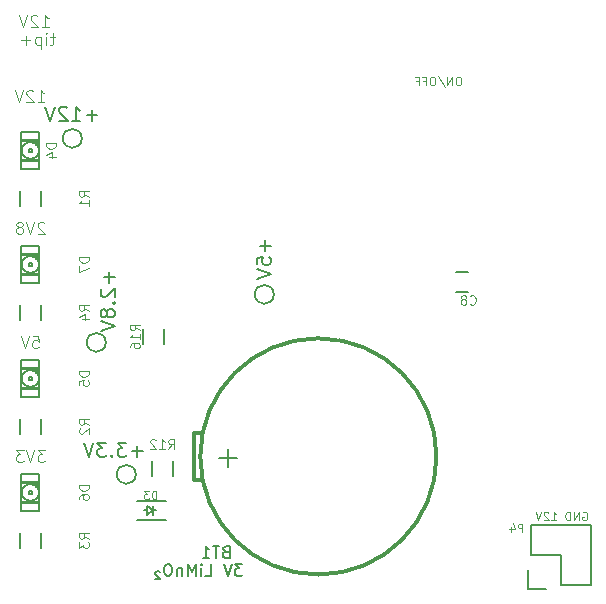
<source format=gbo>
G04 #@! TF.FileFunction,Legend,Bot*
%FSLAX46Y46*%
G04 Gerber Fmt 4.6, Leading zero omitted, Abs format (unit mm)*
G04 Created by KiCad (PCBNEW 4.0.2-4+6225~38~ubuntu14.04.1-stable) date Fri 18 Mar 2016 20:19:54 GMT*
%MOMM*%
G01*
G04 APERTURE LIST*
%ADD10C,0.100000*%
%ADD11C,0.120000*%
%ADD12C,0.110000*%
%ADD13C,0.150000*%
%ADD14C,0.200000*%
%ADD15C,0.300000*%
G04 APERTURE END LIST*
D10*
D11*
X102584000Y-101800381D02*
X103155429Y-101800381D01*
X102869715Y-101800381D02*
X102869715Y-100800381D01*
X102964953Y-100943238D01*
X103060191Y-101038476D01*
X103155429Y-101086095D01*
X102203048Y-100895619D02*
X102155429Y-100848000D01*
X102060191Y-100800381D01*
X101822095Y-100800381D01*
X101726857Y-100848000D01*
X101679238Y-100895619D01*
X101631619Y-100990857D01*
X101631619Y-101086095D01*
X101679238Y-101228952D01*
X102250667Y-101800381D01*
X101631619Y-101800381D01*
X101345905Y-100800381D02*
X101012572Y-101800381D01*
X100679238Y-100800381D01*
X103679238Y-102653714D02*
X103298286Y-102653714D01*
X103536381Y-102320381D02*
X103536381Y-103177524D01*
X103488762Y-103272762D01*
X103393524Y-103320381D01*
X103298286Y-103320381D01*
X102964952Y-103320381D02*
X102964952Y-102653714D01*
X102964952Y-102320381D02*
X103012571Y-102368000D01*
X102964952Y-102415619D01*
X102917333Y-102368000D01*
X102964952Y-102320381D01*
X102964952Y-102415619D01*
X102488762Y-102653714D02*
X102488762Y-103653714D01*
X102488762Y-102701333D02*
X102393524Y-102653714D01*
X102203047Y-102653714D01*
X102107809Y-102701333D01*
X102060190Y-102748952D01*
X102012571Y-102844190D01*
X102012571Y-103129905D01*
X102060190Y-103225143D01*
X102107809Y-103272762D01*
X102203047Y-103320381D01*
X102393524Y-103320381D01*
X102488762Y-103272762D01*
X101584000Y-102939429D02*
X100822095Y-102939429D01*
X101203047Y-103320381D02*
X101203047Y-102558476D01*
D12*
X137910666Y-106042667D02*
X137777333Y-106042667D01*
X137710666Y-106076000D01*
X137643999Y-106142667D01*
X137610666Y-106276000D01*
X137610666Y-106509333D01*
X137643999Y-106642667D01*
X137710666Y-106709333D01*
X137777333Y-106742667D01*
X137910666Y-106742667D01*
X137977333Y-106709333D01*
X138043999Y-106642667D01*
X138077333Y-106509333D01*
X138077333Y-106276000D01*
X138043999Y-106142667D01*
X137977333Y-106076000D01*
X137910666Y-106042667D01*
X137310666Y-106742667D02*
X137310666Y-106042667D01*
X136910666Y-106742667D01*
X136910666Y-106042667D01*
X136077333Y-106009333D02*
X136677333Y-106909333D01*
X135710667Y-106042667D02*
X135577334Y-106042667D01*
X135510667Y-106076000D01*
X135444000Y-106142667D01*
X135410667Y-106276000D01*
X135410667Y-106509333D01*
X135444000Y-106642667D01*
X135510667Y-106709333D01*
X135577334Y-106742667D01*
X135710667Y-106742667D01*
X135777334Y-106709333D01*
X135844000Y-106642667D01*
X135877334Y-106509333D01*
X135877334Y-106276000D01*
X135844000Y-106142667D01*
X135777334Y-106076000D01*
X135710667Y-106042667D01*
X134877334Y-106376000D02*
X135110667Y-106376000D01*
X135110667Y-106742667D02*
X135110667Y-106042667D01*
X134777334Y-106042667D01*
X134277334Y-106376000D02*
X134510667Y-106376000D01*
X134510667Y-106742667D02*
X134510667Y-106042667D01*
X134177334Y-106042667D01*
X148361333Y-142906000D02*
X148427999Y-142872667D01*
X148527999Y-142872667D01*
X148627999Y-142906000D01*
X148694666Y-142972667D01*
X148727999Y-143039333D01*
X148761333Y-143172667D01*
X148761333Y-143272667D01*
X148727999Y-143406000D01*
X148694666Y-143472667D01*
X148627999Y-143539333D01*
X148527999Y-143572667D01*
X148461333Y-143572667D01*
X148361333Y-143539333D01*
X148327999Y-143506000D01*
X148327999Y-143272667D01*
X148461333Y-143272667D01*
X148027999Y-143572667D02*
X148027999Y-142872667D01*
X147627999Y-143572667D01*
X147627999Y-142872667D01*
X147294666Y-143572667D02*
X147294666Y-142872667D01*
X147128000Y-142872667D01*
X147028000Y-142906000D01*
X146961333Y-142972667D01*
X146928000Y-143039333D01*
X146894666Y-143172667D01*
X146894666Y-143272667D01*
X146928000Y-143406000D01*
X146961333Y-143472667D01*
X147028000Y-143539333D01*
X147128000Y-143572667D01*
X147294666Y-143572667D01*
X145721334Y-143572667D02*
X146121334Y-143572667D01*
X145921334Y-143572667D02*
X145921334Y-142872667D01*
X145988000Y-142972667D01*
X146054667Y-143039333D01*
X146121334Y-143072667D01*
X145454667Y-142939333D02*
X145421333Y-142906000D01*
X145354667Y-142872667D01*
X145188000Y-142872667D01*
X145121333Y-142906000D01*
X145088000Y-142939333D01*
X145054667Y-143006000D01*
X145054667Y-143072667D01*
X145088000Y-143172667D01*
X145488000Y-143572667D01*
X145054667Y-143572667D01*
X144854666Y-142872667D02*
X144621333Y-143572667D01*
X144388000Y-142872667D01*
D13*
X121497714Y-119869143D02*
X121497714Y-120783429D01*
X121954857Y-120326286D02*
X121040571Y-120326286D01*
X120754857Y-121926286D02*
X120754857Y-121354857D01*
X121326286Y-121297714D01*
X121269143Y-121354857D01*
X121212000Y-121469143D01*
X121212000Y-121754857D01*
X121269143Y-121869143D01*
X121326286Y-121926286D01*
X121440571Y-121983429D01*
X121726286Y-121983429D01*
X121840571Y-121926286D01*
X121897714Y-121869143D01*
X121954857Y-121754857D01*
X121954857Y-121469143D01*
X121897714Y-121354857D01*
X121840571Y-121297714D01*
X120754857Y-122326286D02*
X121954857Y-122726286D01*
X120754857Y-123126286D01*
D14*
X122215219Y-124460000D02*
G75*
G03X122215219Y-124460000I-803219J0D01*
G01*
D13*
X111112000Y-137753714D02*
X110197714Y-137753714D01*
X110654857Y-138210857D02*
X110654857Y-137296571D01*
X109740571Y-137010857D02*
X108997714Y-137010857D01*
X109397714Y-137468000D01*
X109226286Y-137468000D01*
X109112000Y-137525143D01*
X109054857Y-137582286D01*
X108997714Y-137696571D01*
X108997714Y-137982286D01*
X109054857Y-138096571D01*
X109112000Y-138153714D01*
X109226286Y-138210857D01*
X109569143Y-138210857D01*
X109683429Y-138153714D01*
X109740571Y-138096571D01*
X108483429Y-138096571D02*
X108426286Y-138153714D01*
X108483429Y-138210857D01*
X108540572Y-138153714D01*
X108483429Y-138096571D01*
X108483429Y-138210857D01*
X108026285Y-137010857D02*
X107283428Y-137010857D01*
X107683428Y-137468000D01*
X107512000Y-137468000D01*
X107397714Y-137525143D01*
X107340571Y-137582286D01*
X107283428Y-137696571D01*
X107283428Y-137982286D01*
X107340571Y-138096571D01*
X107397714Y-138153714D01*
X107512000Y-138210857D01*
X107854857Y-138210857D01*
X107969143Y-138153714D01*
X108026285Y-138096571D01*
X106940571Y-137010857D02*
X106540571Y-138210857D01*
X106140571Y-137010857D01*
D14*
X110531219Y-139700000D02*
G75*
G03X110531219Y-139700000I-803219J0D01*
G01*
D13*
X108289714Y-122568000D02*
X108289714Y-123482286D01*
X108746857Y-123025143D02*
X107832571Y-123025143D01*
X107661143Y-123996571D02*
X107604000Y-124053714D01*
X107546857Y-124168000D01*
X107546857Y-124453714D01*
X107604000Y-124568000D01*
X107661143Y-124625143D01*
X107775429Y-124682286D01*
X107889714Y-124682286D01*
X108061143Y-124625143D01*
X108746857Y-123939429D01*
X108746857Y-124682286D01*
X108632571Y-125196571D02*
X108689714Y-125253714D01*
X108746857Y-125196571D01*
X108689714Y-125139428D01*
X108632571Y-125196571D01*
X108746857Y-125196571D01*
X108061143Y-125939429D02*
X108004000Y-125825143D01*
X107946857Y-125768000D01*
X107832571Y-125710857D01*
X107775429Y-125710857D01*
X107661143Y-125768000D01*
X107604000Y-125825143D01*
X107546857Y-125939429D01*
X107546857Y-126168000D01*
X107604000Y-126282286D01*
X107661143Y-126339429D01*
X107775429Y-126396572D01*
X107832571Y-126396572D01*
X107946857Y-126339429D01*
X108004000Y-126282286D01*
X108061143Y-126168000D01*
X108061143Y-125939429D01*
X108118286Y-125825143D01*
X108175429Y-125768000D01*
X108289714Y-125710857D01*
X108518286Y-125710857D01*
X108632571Y-125768000D01*
X108689714Y-125825143D01*
X108746857Y-125939429D01*
X108746857Y-126168000D01*
X108689714Y-126282286D01*
X108632571Y-126339429D01*
X108518286Y-126396572D01*
X108289714Y-126396572D01*
X108175429Y-126339429D01*
X108118286Y-126282286D01*
X108061143Y-126168000D01*
X107546857Y-126739429D02*
X108746857Y-127139429D01*
X107546857Y-127539429D01*
D14*
X107991219Y-128524000D02*
G75*
G03X107991219Y-128524000I-803219J0D01*
G01*
X105959219Y-111252000D02*
G75*
G03X105959219Y-111252000I-803219J0D01*
G01*
D13*
X107270285Y-109305714D02*
X106355999Y-109305714D01*
X106813142Y-109762857D02*
X106813142Y-108848571D01*
X105155999Y-109762857D02*
X105841714Y-109762857D01*
X105498856Y-109762857D02*
X105498856Y-108562857D01*
X105613142Y-108734286D01*
X105727428Y-108848571D01*
X105841714Y-108905714D01*
X104698857Y-108677143D02*
X104641714Y-108620000D01*
X104527428Y-108562857D01*
X104241714Y-108562857D01*
X104127428Y-108620000D01*
X104070285Y-108677143D01*
X104013142Y-108791429D01*
X104013142Y-108905714D01*
X104070285Y-109077143D01*
X104755999Y-109762857D01*
X104013142Y-109762857D01*
X103670285Y-108562857D02*
X103270285Y-109762857D01*
X102870285Y-108562857D01*
D11*
X102219047Y-108148381D02*
X102790476Y-108148381D01*
X102504762Y-108148381D02*
X102504762Y-107148381D01*
X102600000Y-107291238D01*
X102695238Y-107386476D01*
X102790476Y-107434095D01*
X101838095Y-107243619D02*
X101790476Y-107196000D01*
X101695238Y-107148381D01*
X101457142Y-107148381D01*
X101361904Y-107196000D01*
X101314285Y-107243619D01*
X101266666Y-107338857D01*
X101266666Y-107434095D01*
X101314285Y-107576952D01*
X101885714Y-108148381D01*
X101266666Y-108148381D01*
X100980952Y-107148381D02*
X100647619Y-108148381D01*
X100314285Y-107148381D01*
X102790476Y-118419619D02*
X102742857Y-118372000D01*
X102647619Y-118324381D01*
X102409523Y-118324381D01*
X102314285Y-118372000D01*
X102266666Y-118419619D01*
X102219047Y-118514857D01*
X102219047Y-118610095D01*
X102266666Y-118752952D01*
X102838095Y-119324381D01*
X102219047Y-119324381D01*
X101933333Y-118324381D02*
X101600000Y-119324381D01*
X101266666Y-118324381D01*
X100790476Y-118752952D02*
X100885714Y-118705333D01*
X100933333Y-118657714D01*
X100980952Y-118562476D01*
X100980952Y-118514857D01*
X100933333Y-118419619D01*
X100885714Y-118372000D01*
X100790476Y-118324381D01*
X100599999Y-118324381D01*
X100504761Y-118372000D01*
X100457142Y-118419619D01*
X100409523Y-118514857D01*
X100409523Y-118562476D01*
X100457142Y-118657714D01*
X100504761Y-118705333D01*
X100599999Y-118752952D01*
X100790476Y-118752952D01*
X100885714Y-118800571D01*
X100933333Y-118848190D01*
X100980952Y-118943429D01*
X100980952Y-119133905D01*
X100933333Y-119229143D01*
X100885714Y-119276762D01*
X100790476Y-119324381D01*
X100599999Y-119324381D01*
X100504761Y-119276762D01*
X100457142Y-119229143D01*
X100409523Y-119133905D01*
X100409523Y-118943429D01*
X100457142Y-118848190D01*
X100504761Y-118800571D01*
X100599999Y-118752952D01*
X101790476Y-127976381D02*
X102266667Y-127976381D01*
X102314286Y-128452571D01*
X102266667Y-128404952D01*
X102171429Y-128357333D01*
X101933333Y-128357333D01*
X101838095Y-128404952D01*
X101790476Y-128452571D01*
X101742857Y-128547810D01*
X101742857Y-128785905D01*
X101790476Y-128881143D01*
X101838095Y-128928762D01*
X101933333Y-128976381D01*
X102171429Y-128976381D01*
X102266667Y-128928762D01*
X102314286Y-128881143D01*
X101457143Y-127976381D02*
X101123810Y-128976381D01*
X100790476Y-127976381D01*
X102838095Y-137628381D02*
X102219047Y-137628381D01*
X102552381Y-138009333D01*
X102409523Y-138009333D01*
X102314285Y-138056952D01*
X102266666Y-138104571D01*
X102219047Y-138199810D01*
X102219047Y-138437905D01*
X102266666Y-138533143D01*
X102314285Y-138580762D01*
X102409523Y-138628381D01*
X102695238Y-138628381D01*
X102790476Y-138580762D01*
X102838095Y-138533143D01*
X101933333Y-137628381D02*
X101600000Y-138628381D01*
X101266666Y-137628381D01*
X101028571Y-137628381D02*
X100409523Y-137628381D01*
X100742857Y-138009333D01*
X100599999Y-138009333D01*
X100504761Y-138056952D01*
X100457142Y-138104571D01*
X100409523Y-138199810D01*
X100409523Y-138437905D01*
X100457142Y-138533143D01*
X100504761Y-138580762D01*
X100599999Y-138628381D01*
X100885714Y-138628381D01*
X100980952Y-138580762D01*
X101028571Y-138533143D01*
D13*
X101699060Y-112367060D02*
X101699060Y-112168940D01*
X101699060Y-112168940D02*
X101500940Y-112168940D01*
X101500940Y-112367060D02*
X101500940Y-112168940D01*
X101699060Y-112367060D02*
X101500940Y-112367060D01*
X102298500Y-111818420D02*
X102298500Y-111470440D01*
X102298500Y-111470440D02*
X102049580Y-111470440D01*
X102049580Y-111818420D02*
X102049580Y-111470440D01*
X102298500Y-111818420D02*
X102049580Y-111818420D01*
X102298500Y-111470440D02*
X102298500Y-111368840D01*
X102298500Y-111368840D02*
X101102160Y-111368840D01*
X101102160Y-111470440D02*
X101102160Y-111368840D01*
X102298500Y-111470440D02*
X101102160Y-111470440D01*
X101051360Y-111470440D02*
X101051360Y-111368840D01*
X101051360Y-111368840D02*
X100901500Y-111368840D01*
X100901500Y-111470440D02*
X100901500Y-111368840D01*
X101051360Y-111470440D02*
X100901500Y-111470440D01*
X102298500Y-113167160D02*
X102298500Y-113065560D01*
X102298500Y-113065560D02*
X101102160Y-113065560D01*
X101102160Y-113167160D02*
X101102160Y-113065560D01*
X102298500Y-113167160D02*
X101102160Y-113167160D01*
X101051360Y-113167160D02*
X101051360Y-113065560D01*
X101051360Y-113065560D02*
X100901500Y-113065560D01*
X100901500Y-113167160D02*
X100901500Y-113065560D01*
X101051360Y-113167160D02*
X100901500Y-113167160D01*
X102298500Y-111818420D02*
X102298500Y-111668560D01*
X102298500Y-111668560D02*
X102049580Y-111668560D01*
X102049580Y-111818420D02*
X102049580Y-111668560D01*
X102298500Y-111818420D02*
X102049580Y-111818420D01*
X102349300Y-110718600D02*
X102349300Y-113817400D01*
X102349300Y-113817400D02*
X100850700Y-113817400D01*
X100850700Y-113817400D02*
X100850700Y-110718600D01*
X100850700Y-110718600D02*
X102349300Y-110718600D01*
X102099354Y-112815262D02*
G75*
G03X102097840Y-111719360I-499354J547262D01*
G01*
X101101602Y-112816133D02*
G75*
G03X102097840Y-112816640I498398J548133D01*
G01*
X101100646Y-111720738D02*
G75*
G03X101102160Y-112816640I499354J-547262D01*
G01*
X102098398Y-111719867D02*
G75*
G03X101102160Y-111719360I-498398J-548133D01*
G01*
X101699060Y-141323060D02*
X101699060Y-141124940D01*
X101699060Y-141124940D02*
X101500940Y-141124940D01*
X101500940Y-141323060D02*
X101500940Y-141124940D01*
X101699060Y-141323060D02*
X101500940Y-141323060D01*
X102298500Y-140774420D02*
X102298500Y-140426440D01*
X102298500Y-140426440D02*
X102049580Y-140426440D01*
X102049580Y-140774420D02*
X102049580Y-140426440D01*
X102298500Y-140774420D02*
X102049580Y-140774420D01*
X102298500Y-140426440D02*
X102298500Y-140324840D01*
X102298500Y-140324840D02*
X101102160Y-140324840D01*
X101102160Y-140426440D02*
X101102160Y-140324840D01*
X102298500Y-140426440D02*
X101102160Y-140426440D01*
X101051360Y-140426440D02*
X101051360Y-140324840D01*
X101051360Y-140324840D02*
X100901500Y-140324840D01*
X100901500Y-140426440D02*
X100901500Y-140324840D01*
X101051360Y-140426440D02*
X100901500Y-140426440D01*
X102298500Y-142123160D02*
X102298500Y-142021560D01*
X102298500Y-142021560D02*
X101102160Y-142021560D01*
X101102160Y-142123160D02*
X101102160Y-142021560D01*
X102298500Y-142123160D02*
X101102160Y-142123160D01*
X101051360Y-142123160D02*
X101051360Y-142021560D01*
X101051360Y-142021560D02*
X100901500Y-142021560D01*
X100901500Y-142123160D02*
X100901500Y-142021560D01*
X101051360Y-142123160D02*
X100901500Y-142123160D01*
X102298500Y-140774420D02*
X102298500Y-140624560D01*
X102298500Y-140624560D02*
X102049580Y-140624560D01*
X102049580Y-140774420D02*
X102049580Y-140624560D01*
X102298500Y-140774420D02*
X102049580Y-140774420D01*
X102349300Y-139674600D02*
X102349300Y-142773400D01*
X102349300Y-142773400D02*
X100850700Y-142773400D01*
X100850700Y-142773400D02*
X100850700Y-139674600D01*
X100850700Y-139674600D02*
X102349300Y-139674600D01*
X102099354Y-141771262D02*
G75*
G03X102097840Y-140675360I-499354J547262D01*
G01*
X101101602Y-141772133D02*
G75*
G03X102097840Y-141772640I498398J548133D01*
G01*
X101100646Y-140676738D02*
G75*
G03X101102160Y-141772640I499354J-547262D01*
G01*
X102098398Y-140675867D02*
G75*
G03X101102160Y-140675360I-498398J-548133D01*
G01*
X101699060Y-131671060D02*
X101699060Y-131472940D01*
X101699060Y-131472940D02*
X101500940Y-131472940D01*
X101500940Y-131671060D02*
X101500940Y-131472940D01*
X101699060Y-131671060D02*
X101500940Y-131671060D01*
X102298500Y-131122420D02*
X102298500Y-130774440D01*
X102298500Y-130774440D02*
X102049580Y-130774440D01*
X102049580Y-131122420D02*
X102049580Y-130774440D01*
X102298500Y-131122420D02*
X102049580Y-131122420D01*
X102298500Y-130774440D02*
X102298500Y-130672840D01*
X102298500Y-130672840D02*
X101102160Y-130672840D01*
X101102160Y-130774440D02*
X101102160Y-130672840D01*
X102298500Y-130774440D02*
X101102160Y-130774440D01*
X101051360Y-130774440D02*
X101051360Y-130672840D01*
X101051360Y-130672840D02*
X100901500Y-130672840D01*
X100901500Y-130774440D02*
X100901500Y-130672840D01*
X101051360Y-130774440D02*
X100901500Y-130774440D01*
X102298500Y-132471160D02*
X102298500Y-132369560D01*
X102298500Y-132369560D02*
X101102160Y-132369560D01*
X101102160Y-132471160D02*
X101102160Y-132369560D01*
X102298500Y-132471160D02*
X101102160Y-132471160D01*
X101051360Y-132471160D02*
X101051360Y-132369560D01*
X101051360Y-132369560D02*
X100901500Y-132369560D01*
X100901500Y-132471160D02*
X100901500Y-132369560D01*
X101051360Y-132471160D02*
X100901500Y-132471160D01*
X102298500Y-131122420D02*
X102298500Y-130972560D01*
X102298500Y-130972560D02*
X102049580Y-130972560D01*
X102049580Y-131122420D02*
X102049580Y-130972560D01*
X102298500Y-131122420D02*
X102049580Y-131122420D01*
X102349300Y-130022600D02*
X102349300Y-133121400D01*
X102349300Y-133121400D02*
X100850700Y-133121400D01*
X100850700Y-133121400D02*
X100850700Y-130022600D01*
X100850700Y-130022600D02*
X102349300Y-130022600D01*
X102099354Y-132119262D02*
G75*
G03X102097840Y-131023360I-499354J547262D01*
G01*
X101101602Y-132120133D02*
G75*
G03X102097840Y-132120640I498398J548133D01*
G01*
X101100646Y-131024738D02*
G75*
G03X101102160Y-132120640I499354J-547262D01*
G01*
X102098398Y-131023867D02*
G75*
G03X101102160Y-131023360I-498398J-548133D01*
G01*
X101699060Y-122019060D02*
X101699060Y-121820940D01*
X101699060Y-121820940D02*
X101500940Y-121820940D01*
X101500940Y-122019060D02*
X101500940Y-121820940D01*
X101699060Y-122019060D02*
X101500940Y-122019060D01*
X102298500Y-121470420D02*
X102298500Y-121122440D01*
X102298500Y-121122440D02*
X102049580Y-121122440D01*
X102049580Y-121470420D02*
X102049580Y-121122440D01*
X102298500Y-121470420D02*
X102049580Y-121470420D01*
X102298500Y-121122440D02*
X102298500Y-121020840D01*
X102298500Y-121020840D02*
X101102160Y-121020840D01*
X101102160Y-121122440D02*
X101102160Y-121020840D01*
X102298500Y-121122440D02*
X101102160Y-121122440D01*
X101051360Y-121122440D02*
X101051360Y-121020840D01*
X101051360Y-121020840D02*
X100901500Y-121020840D01*
X100901500Y-121122440D02*
X100901500Y-121020840D01*
X101051360Y-121122440D02*
X100901500Y-121122440D01*
X102298500Y-122819160D02*
X102298500Y-122717560D01*
X102298500Y-122717560D02*
X101102160Y-122717560D01*
X101102160Y-122819160D02*
X101102160Y-122717560D01*
X102298500Y-122819160D02*
X101102160Y-122819160D01*
X101051360Y-122819160D02*
X101051360Y-122717560D01*
X101051360Y-122717560D02*
X100901500Y-122717560D01*
X100901500Y-122819160D02*
X100901500Y-122717560D01*
X101051360Y-122819160D02*
X100901500Y-122819160D01*
X102298500Y-121470420D02*
X102298500Y-121320560D01*
X102298500Y-121320560D02*
X102049580Y-121320560D01*
X102049580Y-121470420D02*
X102049580Y-121320560D01*
X102298500Y-121470420D02*
X102049580Y-121470420D01*
X102349300Y-120370600D02*
X102349300Y-123469400D01*
X102349300Y-123469400D02*
X100850700Y-123469400D01*
X100850700Y-123469400D02*
X100850700Y-120370600D01*
X100850700Y-120370600D02*
X102349300Y-120370600D01*
X102099354Y-122467262D02*
G75*
G03X102097840Y-121371360I-499354J547262D01*
G01*
X101101602Y-122468133D02*
G75*
G03X102097840Y-122468640I498398J548133D01*
G01*
X101100646Y-121372738D02*
G75*
G03X101102160Y-122468640I499354J-547262D01*
G01*
X102098398Y-121371867D02*
G75*
G03X101102160Y-121371360I-498398J-548133D01*
G01*
D15*
X116184000Y-140176000D02*
X115484000Y-140176000D01*
X115484000Y-136176000D02*
X116184000Y-136176000D01*
X115484000Y-136176000D02*
X115484000Y-140176000D01*
X135984000Y-138176000D02*
G75*
G03X135984000Y-138176000I-10000000J0D01*
G01*
D13*
X138676000Y-124294000D02*
X137676000Y-124294000D01*
X137676000Y-122594000D02*
X138676000Y-122594000D01*
X111901000Y-138592000D02*
X111901000Y-139792000D01*
X113651000Y-139792000D02*
X113651000Y-138592000D01*
X112889000Y-128616000D02*
X112889000Y-127416000D01*
X111139000Y-127416000D02*
X111139000Y-128616000D01*
X100725000Y-115732000D02*
X100725000Y-116932000D01*
X102475000Y-116932000D02*
X102475000Y-115732000D01*
X100725000Y-135036000D02*
X100725000Y-136236000D01*
X102475000Y-136236000D02*
X102475000Y-135036000D01*
X100725000Y-144688000D02*
X100725000Y-145888000D01*
X102475000Y-145888000D02*
X102475000Y-144688000D01*
X100725000Y-125384000D02*
X100725000Y-126584000D01*
X102475000Y-126584000D02*
X102475000Y-125384000D01*
X143738000Y-149378000D02*
X143738000Y-147828000D01*
X145288000Y-149378000D02*
X143738000Y-149378000D01*
X145288000Y-149378000D02*
X143738000Y-149378000D01*
X146558000Y-149098000D02*
X146558000Y-146558000D01*
X146558000Y-146558000D02*
X144018000Y-146558000D01*
X144018000Y-146558000D02*
X144018000Y-144018000D01*
X144018000Y-144018000D02*
X149098000Y-144018000D01*
X149098000Y-144018000D02*
X149098000Y-149098000D01*
X149098000Y-149098000D02*
X146558000Y-149098000D01*
X111510000Y-142748000D02*
X111260000Y-142748000D01*
X112010000Y-142748000D02*
X112260000Y-142748000D01*
X112010000Y-142748000D02*
X111510000Y-142398000D01*
X111510000Y-142398000D02*
X111510000Y-143098000D01*
X111510000Y-143098000D02*
X112010000Y-142748000D01*
X112010000Y-142398000D02*
X112010000Y-143098000D01*
X113060000Y-143548000D02*
X110660000Y-143548000D01*
X113060000Y-141948000D02*
X110660000Y-141948000D01*
D11*
X103739905Y-111677524D02*
X102939905Y-111677524D01*
X102939905Y-111868000D01*
X102978000Y-111982286D01*
X103054190Y-112058477D01*
X103130381Y-112096572D01*
X103282762Y-112134667D01*
X103397048Y-112134667D01*
X103549429Y-112096572D01*
X103625619Y-112058477D01*
X103701810Y-111982286D01*
X103739905Y-111868000D01*
X103739905Y-111677524D01*
X103206571Y-112820381D02*
X103739905Y-112820381D01*
X102901810Y-112629905D02*
X103473238Y-112439429D01*
X103473238Y-112934667D01*
X106533905Y-140633524D02*
X105733905Y-140633524D01*
X105733905Y-140824000D01*
X105772000Y-140938286D01*
X105848190Y-141014477D01*
X105924381Y-141052572D01*
X106076762Y-141090667D01*
X106191048Y-141090667D01*
X106343429Y-141052572D01*
X106419619Y-141014477D01*
X106495810Y-140938286D01*
X106533905Y-140824000D01*
X106533905Y-140633524D01*
X105733905Y-141776381D02*
X105733905Y-141624000D01*
X105772000Y-141547810D01*
X105810095Y-141509715D01*
X105924381Y-141433524D01*
X106076762Y-141395429D01*
X106381524Y-141395429D01*
X106457714Y-141433524D01*
X106495810Y-141471619D01*
X106533905Y-141547810D01*
X106533905Y-141700191D01*
X106495810Y-141776381D01*
X106457714Y-141814477D01*
X106381524Y-141852572D01*
X106191048Y-141852572D01*
X106114857Y-141814477D01*
X106076762Y-141776381D01*
X106038667Y-141700191D01*
X106038667Y-141547810D01*
X106076762Y-141471619D01*
X106114857Y-141433524D01*
X106191048Y-141395429D01*
X106533905Y-130981524D02*
X105733905Y-130981524D01*
X105733905Y-131172000D01*
X105772000Y-131286286D01*
X105848190Y-131362477D01*
X105924381Y-131400572D01*
X106076762Y-131438667D01*
X106191048Y-131438667D01*
X106343429Y-131400572D01*
X106419619Y-131362477D01*
X106495810Y-131286286D01*
X106533905Y-131172000D01*
X106533905Y-130981524D01*
X105733905Y-132162477D02*
X105733905Y-131781524D01*
X106114857Y-131743429D01*
X106076762Y-131781524D01*
X106038667Y-131857715D01*
X106038667Y-132048191D01*
X106076762Y-132124381D01*
X106114857Y-132162477D01*
X106191048Y-132200572D01*
X106381524Y-132200572D01*
X106457714Y-132162477D01*
X106495810Y-132124381D01*
X106533905Y-132048191D01*
X106533905Y-131857715D01*
X106495810Y-131781524D01*
X106457714Y-131743429D01*
X106533905Y-121329524D02*
X105733905Y-121329524D01*
X105733905Y-121520000D01*
X105772000Y-121634286D01*
X105848190Y-121710477D01*
X105924381Y-121748572D01*
X106076762Y-121786667D01*
X106191048Y-121786667D01*
X106343429Y-121748572D01*
X106419619Y-121710477D01*
X106495810Y-121634286D01*
X106533905Y-121520000D01*
X106533905Y-121329524D01*
X105733905Y-122053334D02*
X105733905Y-122586667D01*
X106533905Y-122243810D01*
D13*
X118133714Y-146232571D02*
X117990857Y-146280190D01*
X117943238Y-146327810D01*
X117895619Y-146423048D01*
X117895619Y-146565905D01*
X117943238Y-146661143D01*
X117990857Y-146708762D01*
X118086095Y-146756381D01*
X118467048Y-146756381D01*
X118467048Y-145756381D01*
X118133714Y-145756381D01*
X118038476Y-145804000D01*
X117990857Y-145851619D01*
X117943238Y-145946857D01*
X117943238Y-146042095D01*
X117990857Y-146137333D01*
X118038476Y-146184952D01*
X118133714Y-146232571D01*
X118467048Y-146232571D01*
X117609905Y-145756381D02*
X117038476Y-145756381D01*
X117324191Y-146756381D02*
X117324191Y-145756381D01*
X116181333Y-146756381D02*
X116752762Y-146756381D01*
X116467048Y-146756381D02*
X116467048Y-145756381D01*
X116562286Y-145899238D01*
X116657524Y-145994476D01*
X116752762Y-146042095D01*
X119538286Y-147280381D02*
X118919238Y-147280381D01*
X119252572Y-147661333D01*
X119109714Y-147661333D01*
X119014476Y-147708952D01*
X118966857Y-147756571D01*
X118919238Y-147851810D01*
X118919238Y-148089905D01*
X118966857Y-148185143D01*
X119014476Y-148232762D01*
X119109714Y-148280381D01*
X119395429Y-148280381D01*
X119490667Y-148232762D01*
X119538286Y-148185143D01*
X118633524Y-147280381D02*
X118300191Y-148280381D01*
X117966857Y-147280381D01*
X116395428Y-148280381D02*
X116871619Y-148280381D01*
X116871619Y-147280381D01*
X116062095Y-148280381D02*
X116062095Y-147613714D01*
X116062095Y-147280381D02*
X116109714Y-147328000D01*
X116062095Y-147375619D01*
X116014476Y-147328000D01*
X116062095Y-147280381D01*
X116062095Y-147375619D01*
X115585905Y-148280381D02*
X115585905Y-147280381D01*
X115252571Y-147994667D01*
X114919238Y-147280381D01*
X114919238Y-148280381D01*
X114443048Y-147613714D02*
X114443048Y-148280381D01*
X114443048Y-147708952D02*
X114395429Y-147661333D01*
X114300191Y-147613714D01*
X114157333Y-147613714D01*
X114062095Y-147661333D01*
X114014476Y-147756571D01*
X114014476Y-148280381D01*
X113347810Y-147280381D02*
X113157333Y-147280381D01*
X113062095Y-147328000D01*
X112966857Y-147423238D01*
X112919238Y-147613714D01*
X112919238Y-147947048D01*
X112966857Y-148137524D01*
X113062095Y-148232762D01*
X113157333Y-148280381D01*
X113347810Y-148280381D01*
X113443048Y-148232762D01*
X113538286Y-148137524D01*
X113585905Y-147947048D01*
X113585905Y-147613714D01*
X113538286Y-147423238D01*
X113443048Y-147328000D01*
X113347810Y-147280381D01*
X112538286Y-147947048D02*
X112443048Y-147899429D01*
X112300191Y-147899429D01*
X112204952Y-147947048D01*
X112157333Y-148042286D01*
X112157333Y-148137524D01*
X112204952Y-148232762D01*
X112538286Y-148566095D01*
X112157333Y-148566095D01*
X119125905Y-138318857D02*
X117602095Y-138318857D01*
X118364000Y-139080762D02*
X118364000Y-137556952D01*
D11*
X138817333Y-125253714D02*
X138855428Y-125291810D01*
X138969714Y-125329905D01*
X139045904Y-125329905D01*
X139160190Y-125291810D01*
X139236381Y-125215619D01*
X139274476Y-125139429D01*
X139312571Y-124987048D01*
X139312571Y-124872762D01*
X139274476Y-124720381D01*
X139236381Y-124644190D01*
X139160190Y-124568000D01*
X139045904Y-124529905D01*
X138969714Y-124529905D01*
X138855428Y-124568000D01*
X138817333Y-124606095D01*
X138360190Y-124872762D02*
X138436381Y-124834667D01*
X138474476Y-124796571D01*
X138512571Y-124720381D01*
X138512571Y-124682286D01*
X138474476Y-124606095D01*
X138436381Y-124568000D01*
X138360190Y-124529905D01*
X138207809Y-124529905D01*
X138131619Y-124568000D01*
X138093523Y-124606095D01*
X138055428Y-124682286D01*
X138055428Y-124720381D01*
X138093523Y-124796571D01*
X138131619Y-124834667D01*
X138207809Y-124872762D01*
X138360190Y-124872762D01*
X138436381Y-124910857D01*
X138474476Y-124948952D01*
X138512571Y-125025143D01*
X138512571Y-125177524D01*
X138474476Y-125253714D01*
X138436381Y-125291810D01*
X138360190Y-125329905D01*
X138207809Y-125329905D01*
X138131619Y-125291810D01*
X138093523Y-125253714D01*
X138055428Y-125177524D01*
X138055428Y-125025143D01*
X138093523Y-124948952D01*
X138131619Y-124910857D01*
X138207809Y-124872762D01*
X113290286Y-137521905D02*
X113556953Y-137140952D01*
X113747429Y-137521905D02*
X113747429Y-136721905D01*
X113442667Y-136721905D01*
X113366476Y-136760000D01*
X113328381Y-136798095D01*
X113290286Y-136874286D01*
X113290286Y-136988571D01*
X113328381Y-137064762D01*
X113366476Y-137102857D01*
X113442667Y-137140952D01*
X113747429Y-137140952D01*
X112528381Y-137521905D02*
X112985524Y-137521905D01*
X112756953Y-137521905D02*
X112756953Y-136721905D01*
X112833143Y-136836190D01*
X112909334Y-136912381D01*
X112985524Y-136950476D01*
X112223619Y-136798095D02*
X112185524Y-136760000D01*
X112109333Y-136721905D01*
X111918857Y-136721905D01*
X111842667Y-136760000D01*
X111804571Y-136798095D01*
X111766476Y-136874286D01*
X111766476Y-136950476D01*
X111804571Y-137064762D01*
X112261714Y-137521905D01*
X111766476Y-137521905D01*
X110851905Y-127501714D02*
X110470952Y-127235047D01*
X110851905Y-127044571D02*
X110051905Y-127044571D01*
X110051905Y-127349333D01*
X110090000Y-127425524D01*
X110128095Y-127463619D01*
X110204286Y-127501714D01*
X110318571Y-127501714D01*
X110394762Y-127463619D01*
X110432857Y-127425524D01*
X110470952Y-127349333D01*
X110470952Y-127044571D01*
X110851905Y-128263619D02*
X110851905Y-127806476D01*
X110851905Y-128035047D02*
X110051905Y-128035047D01*
X110166190Y-127958857D01*
X110242381Y-127882666D01*
X110280476Y-127806476D01*
X110051905Y-128949333D02*
X110051905Y-128796952D01*
X110090000Y-128720762D01*
X110128095Y-128682667D01*
X110242381Y-128606476D01*
X110394762Y-128568381D01*
X110699524Y-128568381D01*
X110775714Y-128606476D01*
X110813810Y-128644571D01*
X110851905Y-128720762D01*
X110851905Y-128873143D01*
X110813810Y-128949333D01*
X110775714Y-128987429D01*
X110699524Y-129025524D01*
X110509048Y-129025524D01*
X110432857Y-128987429D01*
X110394762Y-128949333D01*
X110356667Y-128873143D01*
X110356667Y-128720762D01*
X110394762Y-128644571D01*
X110432857Y-128606476D01*
X110509048Y-128568381D01*
X106533905Y-116198667D02*
X106152952Y-115932000D01*
X106533905Y-115741524D02*
X105733905Y-115741524D01*
X105733905Y-116046286D01*
X105772000Y-116122477D01*
X105810095Y-116160572D01*
X105886286Y-116198667D01*
X106000571Y-116198667D01*
X106076762Y-116160572D01*
X106114857Y-116122477D01*
X106152952Y-116046286D01*
X106152952Y-115741524D01*
X106533905Y-116960572D02*
X106533905Y-116503429D01*
X106533905Y-116732000D02*
X105733905Y-116732000D01*
X105848190Y-116655810D01*
X105924381Y-116579619D01*
X105962476Y-116503429D01*
X106533905Y-135502667D02*
X106152952Y-135236000D01*
X106533905Y-135045524D02*
X105733905Y-135045524D01*
X105733905Y-135350286D01*
X105772000Y-135426477D01*
X105810095Y-135464572D01*
X105886286Y-135502667D01*
X106000571Y-135502667D01*
X106076762Y-135464572D01*
X106114857Y-135426477D01*
X106152952Y-135350286D01*
X106152952Y-135045524D01*
X105810095Y-135807429D02*
X105772000Y-135845524D01*
X105733905Y-135921715D01*
X105733905Y-136112191D01*
X105772000Y-136188381D01*
X105810095Y-136226477D01*
X105886286Y-136264572D01*
X105962476Y-136264572D01*
X106076762Y-136226477D01*
X106533905Y-135769334D01*
X106533905Y-136264572D01*
X106533905Y-145154667D02*
X106152952Y-144888000D01*
X106533905Y-144697524D02*
X105733905Y-144697524D01*
X105733905Y-145002286D01*
X105772000Y-145078477D01*
X105810095Y-145116572D01*
X105886286Y-145154667D01*
X106000571Y-145154667D01*
X106076762Y-145116572D01*
X106114857Y-145078477D01*
X106152952Y-145002286D01*
X106152952Y-144697524D01*
X105733905Y-145421334D02*
X105733905Y-145916572D01*
X106038667Y-145649905D01*
X106038667Y-145764191D01*
X106076762Y-145840381D01*
X106114857Y-145878477D01*
X106191048Y-145916572D01*
X106381524Y-145916572D01*
X106457714Y-145878477D01*
X106495810Y-145840381D01*
X106533905Y-145764191D01*
X106533905Y-145535619D01*
X106495810Y-145459429D01*
X106457714Y-145421334D01*
X106533905Y-125850667D02*
X106152952Y-125584000D01*
X106533905Y-125393524D02*
X105733905Y-125393524D01*
X105733905Y-125698286D01*
X105772000Y-125774477D01*
X105810095Y-125812572D01*
X105886286Y-125850667D01*
X106000571Y-125850667D01*
X106076762Y-125812572D01*
X106114857Y-125774477D01*
X106152952Y-125698286D01*
X106152952Y-125393524D01*
X106000571Y-126536381D02*
X106533905Y-126536381D01*
X105695810Y-126345905D02*
X106267238Y-126155429D01*
X106267238Y-126650667D01*
D12*
X143264666Y-144588667D02*
X143264666Y-143888667D01*
X142998000Y-143888667D01*
X142931333Y-143922000D01*
X142898000Y-143955333D01*
X142864666Y-144022000D01*
X142864666Y-144122000D01*
X142898000Y-144188667D01*
X142931333Y-144222000D01*
X142998000Y-144255333D01*
X143264666Y-144255333D01*
X142264666Y-144122000D02*
X142264666Y-144588667D01*
X142431333Y-143855333D02*
X142598000Y-144355333D01*
X142164666Y-144355333D01*
X112276666Y-141794667D02*
X112276666Y-141094667D01*
X112110000Y-141094667D01*
X112010000Y-141128000D01*
X111943333Y-141194667D01*
X111910000Y-141261333D01*
X111876666Y-141394667D01*
X111876666Y-141494667D01*
X111910000Y-141628000D01*
X111943333Y-141694667D01*
X112010000Y-141761333D01*
X112110000Y-141794667D01*
X112276666Y-141794667D01*
X111643333Y-141094667D02*
X111210000Y-141094667D01*
X111443333Y-141361333D01*
X111343333Y-141361333D01*
X111276666Y-141394667D01*
X111243333Y-141428000D01*
X111210000Y-141494667D01*
X111210000Y-141661333D01*
X111243333Y-141728000D01*
X111276666Y-141761333D01*
X111343333Y-141794667D01*
X111543333Y-141794667D01*
X111610000Y-141761333D01*
X111643333Y-141728000D01*
M02*

</source>
